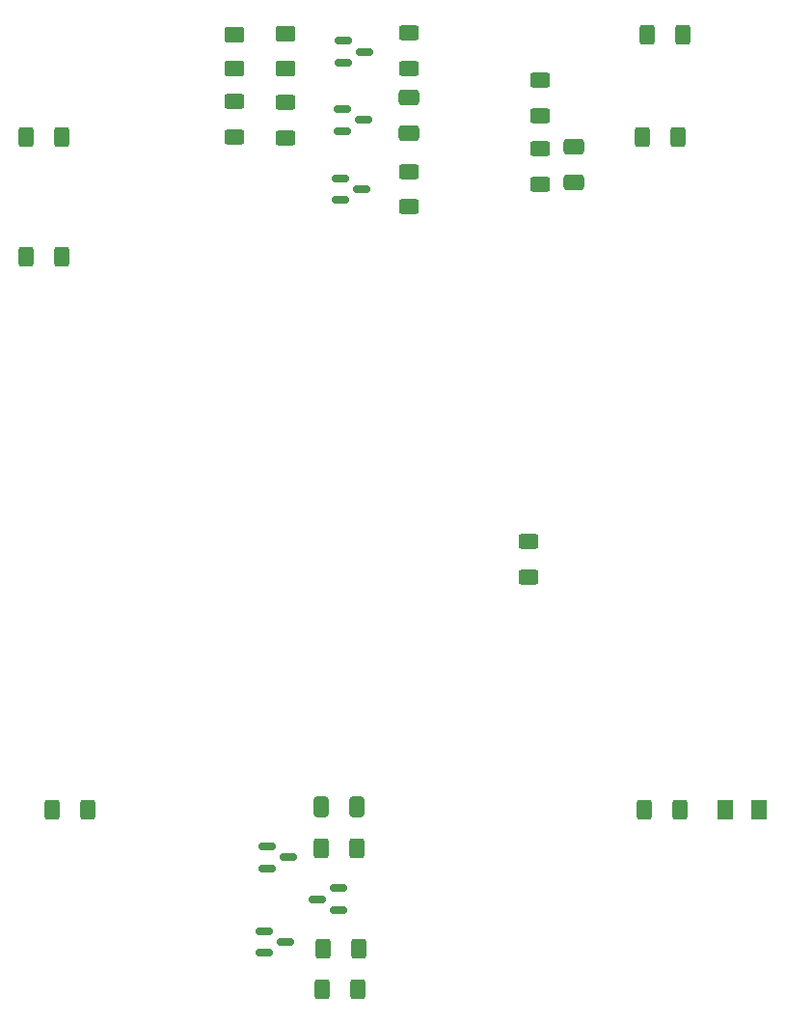
<source format=gbr>
%TF.GenerationSoftware,KiCad,Pcbnew,9.0.7*%
%TF.CreationDate,2026-02-15T13:03:06+01:00*%
%TF.ProjectId,handheldAerosolSensor,68616e64-6865-46c6-9441-65726f736f6c,Rev. 1.0*%
%TF.SameCoordinates,Original*%
%TF.FileFunction,Paste,Top*%
%TF.FilePolarity,Positive*%
%FSLAX46Y46*%
G04 Gerber Fmt 4.6, Leading zero omitted, Abs format (unit mm)*
G04 Created by KiCad (PCBNEW 9.0.7) date 2026-02-15 13:03:06*
%MOMM*%
%LPD*%
G01*
G04 APERTURE LIST*
G04 Aperture macros list*
%AMRoundRect*
0 Rectangle with rounded corners*
0 $1 Rounding radius*
0 $2 $3 $4 $5 $6 $7 $8 $9 X,Y pos of 4 corners*
0 Add a 4 corners polygon primitive as box body*
4,1,4,$2,$3,$4,$5,$6,$7,$8,$9,$2,$3,0*
0 Add four circle primitives for the rounded corners*
1,1,$1+$1,$2,$3*
1,1,$1+$1,$4,$5*
1,1,$1+$1,$6,$7*
1,1,$1+$1,$8,$9*
0 Add four rect primitives between the rounded corners*
20,1,$1+$1,$2,$3,$4,$5,0*
20,1,$1+$1,$4,$5,$6,$7,0*
20,1,$1+$1,$6,$7,$8,$9,0*
20,1,$1+$1,$8,$9,$2,$3,0*%
G04 Aperture macros list end*
%ADD10RoundRect,0.250000X-0.400000X-0.625000X0.400000X-0.625000X0.400000X0.625000X-0.400000X0.625000X0*%
%ADD11RoundRect,0.250001X0.462499X0.624999X-0.462499X0.624999X-0.462499X-0.624999X0.462499X-0.624999X0*%
%ADD12RoundRect,0.250000X0.400000X0.625000X-0.400000X0.625000X-0.400000X-0.625000X0.400000X-0.625000X0*%
%ADD13RoundRect,0.150000X-0.587500X-0.150000X0.587500X-0.150000X0.587500X0.150000X-0.587500X0.150000X0*%
%ADD14RoundRect,0.250000X0.625000X-0.400000X0.625000X0.400000X-0.625000X0.400000X-0.625000X-0.400000X0*%
%ADD15RoundRect,0.250000X0.650000X-0.412500X0.650000X0.412500X-0.650000X0.412500X-0.650000X-0.412500X0*%
%ADD16RoundRect,0.250001X0.624999X-0.462499X0.624999X0.462499X-0.624999X0.462499X-0.624999X-0.462499X0*%
%ADD17RoundRect,0.250000X-0.625000X0.400000X-0.625000X-0.400000X0.625000X-0.400000X0.625000X0.400000X0*%
%ADD18RoundRect,0.250000X-0.412500X-0.650000X0.412500X-0.650000X0.412500X0.650000X-0.412500X0.650000X0*%
%ADD19RoundRect,0.250000X-0.650000X0.412500X-0.650000X-0.412500X0.650000X-0.412500X0.650000X0.412500X0*%
%ADD20RoundRect,0.150000X0.587500X0.150000X-0.587500X0.150000X-0.587500X-0.150000X0.587500X-0.150000X0*%
G04 APERTURE END LIST*
D10*
%TO.C,R205*%
X161700000Y-115600000D03*
X164800000Y-115600000D03*
%TD*%
%TO.C,R204*%
X213700000Y-115600000D03*
X216800000Y-115600000D03*
%TD*%
D11*
%TO.C,D201*%
X223775000Y-115600000D03*
X220800000Y-115600000D03*
%TD*%
D12*
%TO.C,R6*%
X216600000Y-56600000D03*
X213500000Y-56600000D03*
%TD*%
D13*
%TO.C,Q2*%
X187125000Y-54150000D03*
X187125000Y-56050000D03*
X189000000Y-55100000D03*
%TD*%
D14*
%TO.C,R3*%
X182175000Y-56650000D03*
X182175000Y-53550000D03*
%TD*%
D10*
%TO.C,R11*%
X159400000Y-67100000D03*
X162500000Y-67100000D03*
%TD*%
D15*
%TO.C,C1*%
X193000000Y-56275000D03*
X193000000Y-53150000D03*
%TD*%
D12*
%TO.C,R203*%
X188500000Y-131385786D03*
X185400000Y-131385786D03*
%TD*%
D14*
%TO.C,R9*%
X193000000Y-62700000D03*
X193000000Y-59600000D03*
%TD*%
D13*
%TO.C,Q1*%
X187250000Y-48150000D03*
X187250000Y-50050000D03*
X189125000Y-49100000D03*
%TD*%
%TO.C,Q202*%
X180325000Y-126235786D03*
X180325000Y-128135786D03*
X182200000Y-127185786D03*
%TD*%
D14*
%TO.C,R1*%
X193000000Y-50550000D03*
X193000000Y-47450000D03*
%TD*%
D16*
%TO.C,D1*%
X182175000Y-50537500D03*
X182175000Y-47562500D03*
%TD*%
%TO.C,D2*%
X177675000Y-50550000D03*
X177675000Y-47575000D03*
%TD*%
D10*
%TO.C,R10*%
X159400000Y-56600000D03*
X162500000Y-56600000D03*
%TD*%
%TO.C,R8*%
X213950000Y-47600000D03*
X217050000Y-47600000D03*
%TD*%
D17*
%TO.C,R5*%
X204500000Y-57600000D03*
X204500000Y-60700000D03*
%TD*%
D18*
%TO.C,C201*%
X185275000Y-115385786D03*
X188400000Y-115385786D03*
%TD*%
D10*
%TO.C,R201*%
X185500000Y-127785786D03*
X188600000Y-127785786D03*
%TD*%
%TO.C,R202*%
X185337500Y-118985786D03*
X188437500Y-118985786D03*
%TD*%
D19*
%TO.C,C2*%
X207500000Y-57475000D03*
X207500000Y-60600000D03*
%TD*%
D13*
%TO.C,Q3*%
X187000000Y-60200000D03*
X187000000Y-62100000D03*
X188875000Y-61150000D03*
%TD*%
D14*
%TO.C,R7*%
X203500000Y-95200000D03*
X203500000Y-92100000D03*
%TD*%
D17*
%TO.C,R2*%
X177675000Y-53450000D03*
X177675000Y-56550000D03*
%TD*%
D13*
%TO.C,Q203*%
X180525000Y-118835786D03*
X180525000Y-120735786D03*
X182400000Y-119785786D03*
%TD*%
D20*
%TO.C,Q201*%
X186837500Y-124385786D03*
X186837500Y-122485786D03*
X184962500Y-123435786D03*
%TD*%
D17*
%TO.C,R4*%
X204500000Y-51600000D03*
X204500000Y-54700000D03*
%TD*%
M02*

</source>
